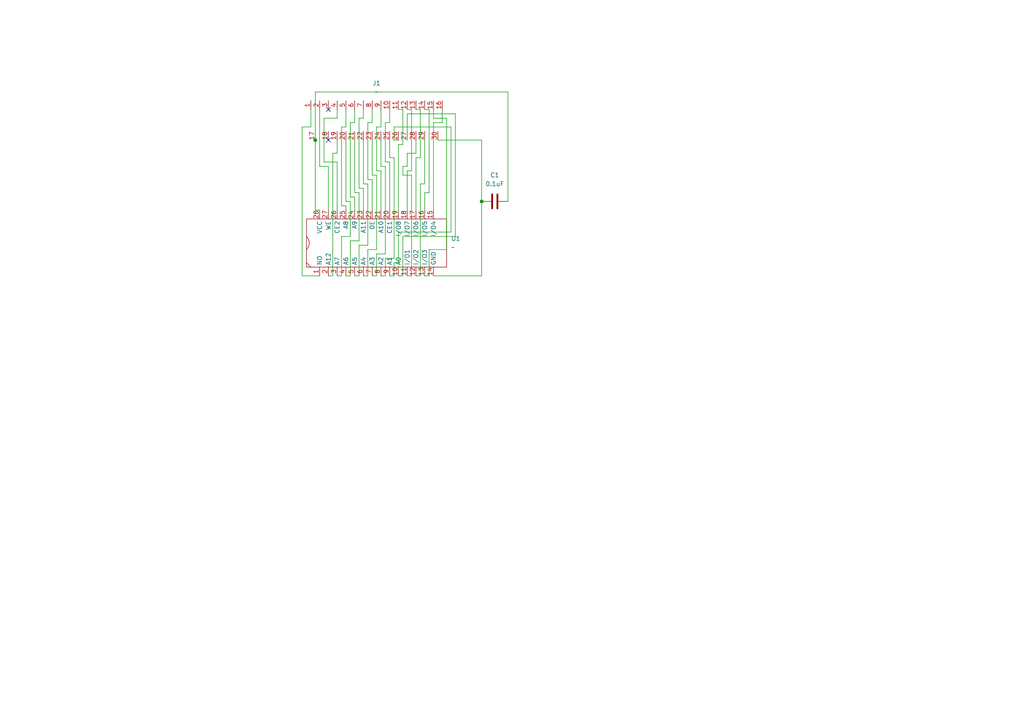
<source format=kicad_sch>
(kicad_sch (version 20250114) (generator "eeschema") (generator_version "9.0")
  (paper "A4")
  (lib_symbols
    (symbol "Custom_Retro_Chips:CASIO_RP-8/16_Pin_Headder"
      (property "Reference" "J" (at 0 15.748 0))
      (symbol "CASIO_RP-8/16_Pin_Headder_1_1"
        (pin passive line (at -19.05 19.05 90) (length 2.54) (name "") (number "1"))
        (pin passive line (at -17.78 10.16 90) (length 2.54) (name "") (number "17"))
        (pin passive line (at -16.51 19.05 90) (length 2.54) (name "") (number "2"))
        (pin passive line (at -13.97 19.05 90) (length 2.54) (name "") (number "3"))
        (pin passive line (at -13.97 10.16 90) (length 2.54) (name "") (number "18"))
        (pin passive line (at -11.43 19.05 90) (length 2.54) (name "") (number "4"))
        (pin passive line (at -11.43 10.16 90) (length 2.54) (name "") (number "19"))
        (pin passive line (at -8.89 19.05 90) (length 2.54) (name "") (number "5"))
        (pin passive line (at -8.89 10.16 90) (length 2.54) (name "") (number "20"))
        (pin passive line (at -6.35 19.05 90) (length 2.54) (name "") (number "6"))
        (pin passive line (at -6.35 10.16 90) (length 2.54) (name "") (number "21"))
        (pin passive line (at -3.81 19.05 90) (length 2.54) (name "") (number "7"))
        (pin passive line (at -3.81 10.16 90) (length 2.54) (name "") (number "22"))
        (pin passive line (at -1.27 19.05 90) (length 2.54) (name "") (number "8"))
        (pin passive line (at -1.27 10.16 90) (length 2.54) (name "") (number "23"))
        (pin passive line (at 1.27 19.05 90) (length 2.54) (name "") (number "9"))
        (pin passive line (at 1.27 10.16 90) (length 2.54) (name "") (number "24"))
        (pin passive line (at 3.81 19.05 90) (length 2.54) (name "") (number "10"))
        (pin passive line (at 3.81 10.16 90) (length 2.54) (name "") (number "25"))
        (pin passive line (at 6.35 19.05 90) (length 2.54) (name "") (number "11"))
        (pin passive line (at 6.35 10.16 90) (length 2.54) (name "") (number "26"))
        (pin passive line (at 8.89 19.05 90) (length 2.54) (name "") (number "12"))
        (pin passive line (at 8.89 10.16 90) (length 2.54) (name "") (number "27"))
        (pin passive line (at 11.43 19.05 90) (length 2.54) (name "") (number "13"))
        (pin passive line (at 11.43 10.16 90) (length 2.54) (name "") (number "28"))
        (pin passive line (at 13.97 19.05 90) (length 2.54) (name "") (number "14"))
        (pin passive line (at 13.97 10.16 90) (length 2.54) (name "") (number "29"))
        (pin passive line (at 16.51 19.05 90) (length 2.54) (name "") (number "15"))
        (pin passive line (at 17.78 10.16 90) (length 2.54) (name "") (number "30"))
        (pin passive line (at 19.05 19.05 90) (length 2.54) (name "") (number "16"))
      )
    )
    (symbol "Custom_Retro_Chips:LC3564PML"
      (property "Reference" "U" (at -17.526 14.478 0))
      (symbol "LC3564PML_0_1"
        (arc (start -20.32 16.51) (mid -19.5309 14.605) (end -20.32 12.7))
        (rectangle (start -20.32 21.59) (end 20.32 7.62))
        (polyline (pts (xy -20.32 8.89) (xy -19.05 7.62) (xy -20.32 8.89) (xy -19.05 7.62) (xy -20.32 8.89) (xy -19.05 7.62)))
      )
      (symbol "LC3564PML_1_1"
        (pin power_in line (at -16.51 24.13 270) (length 2.54) (name "VCC") (number "28"))
        (pin input line (at -16.51 5.08 90) (length 2.54) (name "NO") (number "1"))
        (pin input line (at -13.97 24.13 270) (length 2.54) (name "WE") (number "27"))
        (pin input line (at -13.97 5.08 90) (length 2.54) (name "A12") (number "2"))
        (pin input line (at -11.43 24.13 270) (length 2.54) (name "CE2") (number "26"))
        (pin input line (at -11.43 5.08 90) (length 2.54) (name "A7") (number "3"))
        (pin input line (at -8.89 24.13 270) (length 2.54) (name "A8") (number "25"))
        (pin input line (at -8.89 5.08 90) (length 2.54) (name "A6") (number "4"))
        (pin input line (at -6.35 24.13 270) (length 2.54) (name "A9") (number "24"))
        (pin input line (at -6.35 5.08 90) (length 2.54) (name "A5") (number "5"))
        (pin input line (at -3.81 24.13 270) (length 2.54) (name "A11") (number "23"))
        (pin input line (at -3.81 5.08 90) (length 2.54) (name "A4") (number "6"))
        (pin input line (at -1.27 24.13 270) (length 2.54) (name "OE") (number "22"))
        (pin input line (at -1.27 5.08 90) (length 2.54) (name "A3") (number "7"))
        (pin input line (at 1.27 24.13 270) (length 2.54) (name "A10") (number "21"))
        (pin input line (at 1.27 5.08 90) (length 2.54) (name "A2") (number "8"))
        (pin input line (at 3.81 24.13 270) (length 2.54) (name "CE1") (number "20"))
        (pin input line (at 3.81 5.08 90) (length 2.54) (name "A1") (number "9"))
        (pin bidirectional line (at 6.35 24.13 270) (length 2.54) (name "I/O8") (number "19"))
        (pin input line (at 6.35 5.08 90) (length 2.54) (name "A0") (number "10"))
        (pin bidirectional line (at 8.89 24.13 270) (length 2.54) (name "I/O7") (number "18"))
        (pin bidirectional line (at 8.89 5.08 90) (length 2.54) (name "I/O1") (number "11"))
        (pin bidirectional line (at 11.43 24.13 270) (length 2.54) (name "I/O6") (number "17"))
        (pin bidirectional line (at 11.43 5.08 90) (length 2.54) (name "I/O2") (number "12"))
        (pin bidirectional line (at 13.97 24.13 270) (length 2.54) (name "I/O5") (number "16"))
        (pin bidirectional line (at 13.97 5.08 90) (length 2.54) (name "I/O3") (number "13"))
        (pin bidirectional line (at 16.51 24.13 270) (length 2.54) (name "I/O4") (number "15"))
        (pin power_in line (at 16.51 5.08 90) (length 2.54) (name "GND") (number "14"))
      )
    )
    (symbol "Device:C" (pin_numbers (hide yes)) (pin_names (offset 0.254))
      (property "Reference" "C" (at 0.635 2.54 0))
      (property "Value" "C" (at 0.635 -2.54 0))
      (symbol "C_0_1"
        (polyline (pts (xy -2.032 0.762) (xy 2.032 0.762)) (stroke (width 0.508)))
        (polyline (pts (xy -2.032 -0.762) (xy 2.032 -0.762)) (stroke (width 0.508)))
      )
      (symbol "C_1_1"
        (pin passive line (at 0 3.81 270) (length 2.794) (name "~") (number "1"))
        (pin passive line (at 0 -3.81 90) (length 2.794) (name "~") (number "2"))
      )
    )
  )
  (junction (at 139.7 58.42))
  (junction (at 91.44 40.64))
  (no_connect (at 95.25 31.75))
  (no_connect (at 95.25 40.64))
  (wire (pts (xy 106.68 72.39) (xy 106.68 80.01)))
  (wire (pts (xy 118.11 33.02) (xy 118.11 40.64)))
  (wire (pts (xy 121.92 31.75) (xy 121.92 45.72)))
  (wire (pts (xy 118.11 44.45) (xy 118.11 48.26)))
  (wire (pts (xy 101.6 35.56) (xy 101.6 57.15)))
  (wire (pts (xy 114.3 76.2) (xy 114.3 80.01)))
  (wire (pts (xy 118.11 48.26) (xy 116.84 48.26)))
  (wire (pts (xy 125.73 34.29) (xy 129.54 34.29)))
  (wire (pts (xy 116.84 48.26) (xy 116.84 50.8)))
  (wire (pts (xy 107.95 52.07) (xy 107.95 60.96)))
  (wire (pts (xy 111.76 74.93) (xy 111.76 80.01)))
  (wire (pts (xy 115.57 76.2) (xy 114.3 76.2)))
  (wire (pts (xy 87.63 36.83) (xy 87.63 80.01)))
  (wire (pts (xy 139.7 58.42) (xy 139.7 80.01)))
  (wire (pts (xy 113.03 40.64) (xy 113.03 45.72)))
  (wire (pts (xy 107.95 50.8) (xy 109.22 50.8)))
  (wire (pts (xy 114.3 80.01) (xy 113.03 80.01)))
  (wire (pts (xy 107.95 35.56) (xy 106.68 35.56)))
  (wire (pts (xy 121.92 80.01) (xy 120.65 80.01)))
  (wire (pts (xy 91.44 60.96) (xy 92.71 60.96)))
  (wire (pts (xy 120.65 44.45) (xy 118.11 44.45)))
  (wire (pts (xy 97.79 40.64) (xy 97.79 44.45)))
  (wire (pts (xy 104.14 55.88) (xy 104.14 69.85)))
  (wire (pts (xy 99.06 68.58) (xy 99.06 80.01)))
  (wire (pts (xy 121.92 45.72) (xy 120.65 45.72)))
  (wire (pts (xy 110.49 49.53) (xy 110.49 60.96)))
  (wire (pts (xy 90.17 36.83) (xy 87.63 36.83)))
  (wire (pts (xy 120.65 45.72) (xy 120.65 60.96)))
  (wire (pts (xy 101.6 69.85) (xy 101.6 80.01)))
  (wire (pts (xy 90.17 31.75) (xy 90.17 36.83)))
  (wire (pts (xy 102.87 40.64) (xy 102.87 55.88)))
  (wire (pts (xy 106.68 52.07) (xy 107.95 52.07)))
  (wire (pts (xy 102.87 31.75) (xy 102.87 35.56)))
  (wire (pts (xy 116.84 31.75) (xy 116.84 41.91)))
  (wire (pts (xy 99.06 36.83) (xy 99.06 59.69)))
  (wire (pts (xy 115.57 41.91) (xy 116.84 41.91)))
  (wire (pts (xy 97.79 46.99) (xy 97.79 60.96)))
  (wire (pts (xy 105.41 34.29) (xy 104.14 34.29)))
  (wire (pts (xy 115.57 40.64) (xy 114.3 40.64)))
  (wire (pts (xy 105.41 53.34) (xy 106.68 53.34)))
  (wire (pts (xy 107.95 40.64) (xy 107.95 50.8)))
  (wire (pts (xy 124.46 55.88) (xy 123.19 55.88)))
  (wire (pts (xy 124.46 72.39) (xy 124.46 80.01)))
  (wire (pts (xy 116.84 50.8) (xy 119.38 50.8)))
  (wire (pts (xy 125.73 35.56) (xy 125.73 60.96)))
  (wire (pts (xy 125.73 35.56) (xy 128.27 35.56)))
  (wire (pts (xy 118.11 33.02) (xy 132.08 33.02)))
  (wire (pts (xy 109.22 50.8) (xy 109.22 72.39)))
  (wire (pts (xy 118.11 49.53) (xy 118.11 60.96)))
  (wire (pts (xy 114.3 74.93) (xy 111.76 74.93)))
  (wire (pts (xy 139.7 80.01) (xy 125.73 80.01)))
  (wire (pts (xy 129.54 34.29) (xy 129.54 72.39)))
  (wire (pts (xy 110.49 36.83) (xy 109.22 36.83)))
  (wire (pts (xy 106.68 53.34) (xy 106.68 71.12)))
  (wire (pts (xy 109.22 36.83) (xy 109.22 49.53)))
  (wire (pts (xy 118.11 80.01) (xy 119.38 80.01)))
  (wire (pts (xy 130.81 36.83) (xy 130.81 67.31)))
  (wire (pts (xy 106.68 80.01) (xy 105.41 80.01)))
  (wire (pts (xy 91.44 40.64) (xy 91.44 60.96)))
  (wire (pts (xy 129.54 72.39) (xy 124.46 72.39)))
  (wire (pts (xy 123.19 55.88) (xy 123.19 60.96)))
  (wire (pts (xy 115.57 80.01) (xy 116.84 80.01)))
  (wire (pts (xy 91.44 40.64) (xy 91.44 26.67)))
  (wire (pts (xy 96.52 44.45) (xy 96.52 80.01)))
  (wire (pts (xy 111.76 80.01) (xy 110.49 80.01)))
  (wire (pts (xy 102.87 55.88) (xy 104.14 55.88)))
  (wire (pts (xy 101.6 57.15) (xy 102.87 57.15)))
  (wire (pts (xy 104.14 69.85) (xy 101.6 69.85)))
  (wire (pts (xy 95.25 80.01) (xy 96.52 80.01)))
  (wire (pts (xy 111.76 46.99) (xy 113.03 46.99)))
  (wire (pts (xy 100.33 40.64) (xy 100.33 58.42)))
  (wire (pts (xy 111.76 48.26) (xy 111.76 73.66)))
  (wire (pts (xy 114.3 45.72) (xy 114.3 74.93)))
  (wire (pts (xy 119.38 50.8) (xy 119.38 80.01)))
  (wire (pts (xy 93.98 34.29) (xy 93.98 46.99)))
  (wire (pts (xy 109.22 49.53) (xy 110.49 49.53)))
  (wire (pts (xy 115.57 31.75) (xy 116.84 31.75)))
  (wire (pts (xy 114.3 40.64) (xy 114.3 36.83)))
  (wire (pts (xy 92.71 48.26) (xy 95.25 48.26)))
  (wire (pts (xy 113.03 35.56) (xy 111.76 35.56)))
  (wire (pts (xy 95.25 48.26) (xy 95.25 60.96)))
  (wire (pts (xy 124.46 80.01) (xy 123.19 80.01)))
  (wire (pts (xy 123.19 53.34) (xy 121.92 53.34)))
  (wire (pts (xy 113.03 31.75) (xy 113.03 35.56)))
  (wire (pts (xy 130.81 67.31) (xy 115.57 67.31)))
  (wire (pts (xy 97.79 80.01) (xy 99.06 80.01)))
  (wire (pts (xy 116.84 68.58) (xy 116.84 80.01)))
  (wire (pts (xy 110.49 31.75) (xy 110.49 36.83)))
  (wire (pts (xy 128.27 31.75) (xy 128.27 35.56)))
  (wire (pts (xy 114.3 45.72) (xy 113.03 45.72)))
  (wire (pts (xy 105.41 40.64) (xy 105.41 53.34)))
  (wire (pts (xy 100.33 31.75) (xy 100.33 36.83)))
  (wire (pts (xy 100.33 59.69) (xy 100.33 60.96)))
  (wire (pts (xy 115.57 67.31) (xy 115.57 76.2)))
  (wire (pts (xy 120.65 31.75) (xy 121.92 31.75)))
  (wire (pts (xy 132.08 33.02) (xy 132.08 68.58)))
  (wire (pts (xy 101.6 58.42) (xy 101.6 68.58)))
  (wire (pts (xy 139.7 40.64) (xy 139.7 58.42)))
  (wire (pts (xy 120.65 40.64) (xy 120.65 44.45)))
  (wire (pts (xy 106.68 35.56) (xy 106.68 52.07)))
  (wire (pts (xy 102.87 35.56) (xy 101.6 35.56)))
  (wire (pts (xy 124.46 31.75) (xy 124.46 55.88)))
  (wire (pts (xy 110.49 48.26) (xy 111.76 48.26)))
  (wire (pts (xy 147.32 26.67) (xy 147.32 58.42)))
  (wire (pts (xy 109.22 72.39) (xy 106.68 72.39)))
  (wire (pts (xy 105.41 54.61) (xy 105.41 60.96)))
  (wire (pts (xy 102.87 80.01) (xy 104.14 80.01)))
  (wire (pts (xy 100.33 36.83) (xy 99.06 36.83)))
  (wire (pts (xy 102.87 57.15) (xy 102.87 60.96)))
  (wire (pts (xy 107.95 31.75) (xy 107.95 35.56)))
  (wire (pts (xy 110.49 40.64) (xy 110.49 48.26)))
  (wire (pts (xy 109.22 73.66) (xy 109.22 80.01)))
  (wire (pts (xy 92.71 31.75) (xy 92.71 48.26)))
  (wire (pts (xy 105.41 31.75) (xy 105.41 34.29)))
  (wire (pts (xy 121.92 53.34) (xy 121.92 80.01)))
  (wire (pts (xy 91.44 26.67) (xy 147.32 26.67)))
  (wire (pts (xy 123.19 40.64) (xy 123.19 53.34)))
  (wire (pts (xy 109.22 80.01) (xy 107.95 80.01)))
  (wire (pts (xy 104.14 34.29) (xy 104.14 54.61)))
  (wire (pts (xy 119.38 49.53) (xy 118.11 49.53)))
  (wire (pts (xy 101.6 80.01) (xy 100.33 80.01)))
  (wire (pts (xy 119.38 31.75) (xy 119.38 49.53)))
  (wire (pts (xy 101.6 68.58) (xy 99.06 68.58)))
  (wire (pts (xy 118.11 31.75) (xy 119.38 31.75)))
  (wire (pts (xy 127 40.64) (xy 139.7 40.64)))
  (wire (pts (xy 93.98 46.99) (xy 97.79 46.99)))
  (wire (pts (xy 87.63 80.01) (xy 92.71 80.01)))
  (wire (pts (xy 115.57 41.91) (xy 115.57 60.96)))
  (wire (pts (xy 111.76 73.66) (xy 109.22 73.66)))
  (wire (pts (xy 97.79 31.75) (xy 97.79 34.29)))
  (wire (pts (xy 97.79 34.29) (xy 93.98 34.29)))
  (wire (pts (xy 132.08 68.58) (xy 116.84 68.58)))
  (wire (pts (xy 104.14 71.12) (xy 104.14 80.01)))
  (wire (pts (xy 114.3 36.83) (xy 130.81 36.83)))
  (wire (pts (xy 104.14 54.61) (xy 105.41 54.61)))
  (wire (pts (xy 113.03 46.99) (xy 113.03 60.96)))
  (wire (pts (xy 111.76 35.56) (xy 111.76 46.99)))
  (wire (pts (xy 123.19 31.75) (xy 124.46 31.75)))
  (wire (pts (xy 100.33 58.42) (xy 101.6 58.42)))
  (wire (pts (xy 125.73 31.75) (xy 125.73 34.29)))
  (wire (pts (xy 106.68 71.12) (xy 104.14 71.12)))
  (wire (pts (xy 99.06 59.69) (xy 100.33 59.69)))
  (wire (pts (xy 97.79 44.45) (xy 96.52 44.45)))
  (symbol (lib_id "Custom_Retro_Chips:CASIO_RP-8/16_Pin_Headder") (at 109.22 50.8 0) (unit 1)
    (property "Reference" "J1" (at 109.22 24.13 0))
    (property "Value" "~" (at 109.22 26.67 0))
    (property "Footprint" "Custom_Reto_Chips:CASIO_RP-8_16_Pin_Headder" (effects (hide yes)))
  )
  (symbol (lib_id "Device:C") (at 143.51 58.42 90) (unit 1)
    (property "Reference" "C1" (at 143.51 50.8 90))
    (property "Value" "0.1uF" (at 143.51 53.34 90))
    (property "Footprint" "Capacitor_SMD:C_1206_3216Metric" (effects (hide yes)))
    (property "Description" "Unpolarized capacitor" (effects (hide yes)))
  )
  (symbol (lib_id "Custom_Retro_Chips:LC3564PML") (at 109.22 85.09 0) (unit 1)
    (property "Reference" "U1" (at 130.81 69.2149 0) (effects (justify left)))
    (property "Value" "~" (at 130.81 71.7549 0) (effects (justify left)))
    (property "Footprint" "Custom_Reto_Chips:LC3564PML" (effects (hide yes)))
    (property "Datasheet" "kicad-embed://413-12977-0-LC3564PML-12.pdf" (effects (hide yes)))
  )
)
</source>
